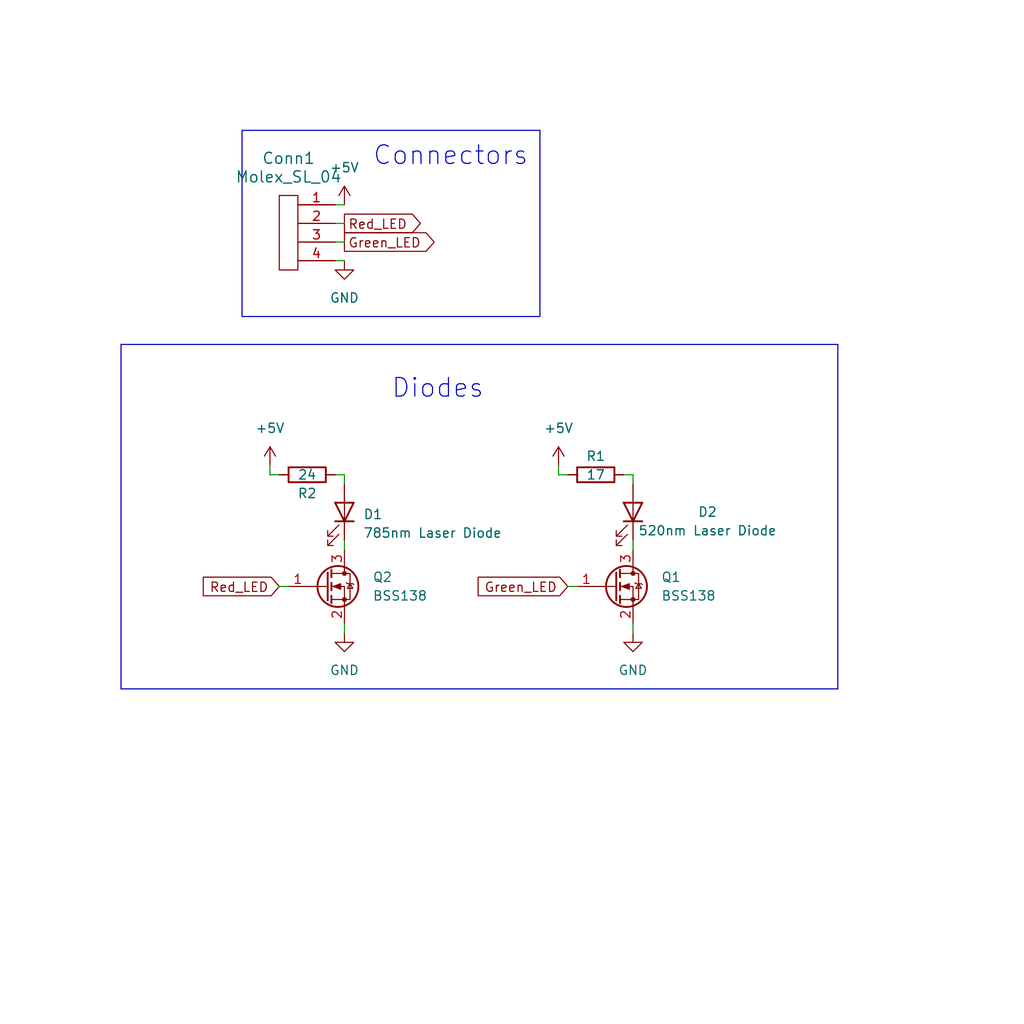
<source format=kicad_sch>
(kicad_sch (version 20230121) (generator eeschema)
  (paper "User" 139.7 139.7)
  (lib_symbols
    (symbol "Device:LED" (pin_numbers hide) (pin_names (offset 1.016) hide)
      (property "Reference" "D" (at 0 2.54 0))
      (property "Value" "LED" (at 0 -2.54 0))
      (symbol "LED_0_1"
        (polyline (pts (xy -1.27 -1.27) (xy -1.27 1.27)) (stroke (width 0.254)))
        (polyline (pts (xy -1.27 0) (xy 1.27 0)))
        (polyline (pts (xy 1.27 -1.27) (xy 1.27 1.27) (xy -1.27 0) (xy 1.27 -1.27)) (stroke (width 0.254)))
        (polyline (pts (xy -3.048 -0.762) (xy -4.572 -2.286) (xy -3.81 -2.286) (xy -4.572 -2.286) (xy -4.572 -1.524)))
        (polyline (pts (xy -1.778 -0.762) (xy -3.302 -2.286) (xy -2.54 -2.286) (xy -3.302 -2.286) (xy -3.302 -1.524)))
      )
      (symbol "LED_1_1"
        (pin passive line (at -3.81 0 0) (length 2.54) (name "K") (number "1"))
        (pin passive line (at 3.81 0 180) (length 2.54) (name "A") (number "2"))
      )
    )
    (symbol "Device:R" (pin_numbers hide) (pin_names (offset 0))
      (property "Reference" "R" (at 2.032 0 90))
      (property "Value" "R" (at 0 0 90))
      (symbol "R_0_1"
        (rectangle (start -1.016 -2.54) (end 1.016 2.54) (stroke (width 0.254)))
      )
      (symbol "R_1_1"
        (pin passive line (at 0 3.81 270) (length 1.27) (name "~") (number "1"))
        (pin passive line (at 0 -3.81 90) (length 1.27) (name "~") (number "2"))
      )
    )
    (symbol "MRDT_Connectors:Molex_SL_04" (pin_names (offset 1.016))
      (property "Reference" "Conn" (at 3.81 -1.27 0))
      (property "Value" "Molex_SL_04" (at 1.27 11.43 0))
      (symbol "Molex_SL_04_0_1"
        (rectangle (start 0 10.16) (end 2.54 0))
      )
      (symbol "Molex_SL_04_1_1"
        (pin input line (at -5.08 8.89 0) (length 5.08) (name "~") (number "1"))
        (pin input line (at -5.08 6.35 0) (length 5.08) (name "~") (number "2"))
        (pin input line (at -5.08 3.81 0) (length 5.08) (name "~") (number "3"))
        (pin input line (at -5.08 1.27 0) (length 5.08) (name "~") (number "4"))
      )
    )
    (symbol "Transistor_FET:BSS138" (pin_names hide)
      (property "Reference" "Q" (at 5.08 1.905 0))
      (property "Value" "BSS138" (at 5.08 0 0))
      (symbol "BSS138_0_1"
        (polyline (pts (xy 0.254 0) (xy -2.54 0)))
        (polyline (pts (xy 0.254 1.905) (xy 0.254 -1.905)) (stroke (width 0.254)))
        (polyline (pts (xy 0.762 -1.27) (xy 0.762 -2.286)) (stroke (width 0.254)))
        (polyline (pts (xy 0.762 0.508) (xy 0.762 -0.508)) (stroke (width 0.254)))
        (polyline (pts (xy 0.762 2.286) (xy 0.762 1.27)) (stroke (width 0.254)))
        (polyline (pts (xy 2.54 2.54) (xy 2.54 1.778)))
        (polyline (pts (xy 2.54 -2.54) (xy 2.54 0) (xy 0.762 0)))
        (polyline (pts (xy 0.762 -1.778) (xy 3.302 -1.778) (xy 3.302 1.778) (xy 0.762 1.778)))
        (polyline (pts (xy 1.016 0) (xy 2.032 0.381) (xy 2.032 -0.381) (xy 1.016 0)) (fill (type outline)))
        (polyline (pts (xy 2.794 0.508) (xy 2.921 0.381) (xy 3.683 0.381) (xy 3.81 0.254)))
        (polyline (pts (xy 3.302 0.381) (xy 2.921 -0.254) (xy 3.683 -0.254) (xy 3.302 0.381)))
        (circle (center 1.651 0) (radius 2.794) (stroke (width 0.254)))
        (circle (center 2.54 -1.778) (radius 0.254) (fill (type outline)))
        (circle (center 2.54 1.778) (radius 0.254) (fill (type outline)))
      )
      (symbol "BSS138_1_1"
        (pin input line (at -5.08 0 0) (length 2.54) (name "G") (number "1"))
        (pin passive line (at 2.54 -5.08 90) (length 2.54) (name "S") (number "2"))
        (pin passive line (at 2.54 5.08 270) (length 2.54) (name "D") (number "3"))
      )
    )
    (symbol "power:+5V" (power) (pin_names (offset 0))
      (property "Value" "+5V" (at 0 3.556 0))
      (symbol "+5V_0_1"
        (polyline (pts (xy -0.762 1.27) (xy 0 2.54)))
        (polyline (pts (xy 0 0) (xy 0 2.54)))
        (polyline (pts (xy 0 2.54) (xy 0.762 1.27)))
      )
      (symbol "+5V_1_1"
        (pin power_in line (at 0 0 90) (length 0) hide (name "+5V") (number "1"))
      )
    )
    (symbol "power:GND" (power) (pin_names (offset 0))
      (property "Value" "GND" (at 0 -3.81 0))
      (symbol "GND_0_1"
        (polyline (pts (xy 0 0) (xy 0 -1.27) (xy 1.27 -1.27) (xy 0 -2.54) (xy -1.27 -1.27) (xy 0 -1.27)))
      )
      (symbol "GND_1_1"
        (pin power_in line (at 0 0 270) (length 0) hide (name "GND") (number "1"))
      )
    )
  )
  (wire (pts (xy 45.72 27.94) (xy 46.99 27.94)))
  (polyline (pts (xy 16.51 46.99) (xy 16.51 93.98)))
  (polyline (pts (xy 33.02 43.18) (xy 73.66 43.18)))
  (wire (pts (xy 86.36 73.66) (xy 86.36 74.93)))
  (wire (pts (xy 76.2 64.77) (xy 77.47 64.77)))
  (wire (pts (xy 86.36 85.09) (xy 86.36 86.36)))
  (wire (pts (xy 45.72 64.77) (xy 46.99 64.77)))
  (polyline (pts (xy 73.66 43.18) (xy 73.66 17.78)))
  (wire (pts (xy 86.36 64.77) (xy 86.36 66.04)))
  (wire (pts (xy 77.47 80.01) (xy 78.74 80.01)))
  (wire (pts (xy 38.1 80.01) (xy 39.37 80.01)))
  (wire (pts (xy 46.99 85.09) (xy 46.99 86.36)))
  (polyline (pts (xy 114.3 46.99) (xy 114.3 93.98)))
  (wire (pts (xy 36.83 63.5) (xy 36.83 64.77)))
  (polyline (pts (xy 16.51 46.99) (xy 114.3 46.99)))
  (wire (pts (xy 36.83 64.77) (xy 38.1 64.77)))
  (polyline (pts (xy 33.02 17.78) (xy 73.66 17.78)))
  (polyline (pts (xy 114.3 93.98) (xy 16.51 93.98)))
  (wire (pts (xy 45.72 35.56) (xy 46.99 35.56)))
  (wire (pts (xy 45.72 30.48) (xy 46.99 30.48)))
  (wire (pts (xy 46.99 64.77) (xy 46.99 66.04)))
  (wire (pts (xy 45.72 33.02) (xy 46.99 33.02)))
  (wire (pts (xy 46.99 73.66) (xy 46.99 74.93)))
  (wire (pts (xy 76.2 63.5) (xy 76.2 64.77)))
  (wire (pts (xy 85.09 64.77) (xy 86.36 64.77)))
  (polyline (pts (xy 33.02 17.78) (xy 33.02 43.18)))
  (text "Connectors" (at 50.8 22.86 0) (effects (font (size 2.54 2.54)) (justify left bottom)))
  (text "Diodes" (at 53.34 54.61 0) (effects (font (size 2.54 2.54)) (justify left bottom)))
  (global_label "Red_LED" (shape output) (at 46.99 30.48 0) (property "Intersheetrefs" "${INTERSHEET_REFS}" (effects hide)))
  (global_label "Green_LED" (shape output) (at 46.99 33.02 0) (property "Intersheetrefs" "${INTERSHEET_REFS}" (effects hide)))
  (global_label "Red_LED" (shape input) (at 38.1 80.01 180) (property "Intersheetrefs" "${INTERSHEET_REFS}" (effects hide)))
  (global_label "Green_LED" (shape input) (at 77.47 80.01 180) (property "Intersheetrefs" "${INTERSHEET_REFS}" (effects hide)))
  (symbol (lib_id "Device:LED") (at 86.36 69.85 270) (mirror x) (unit 1)
    (property "Reference" "D2" (at 96.52 69.85 90))
    (property "Value" "520nm Laser Diode" (at 96.52 72.39 90))
  )
  (symbol (lib_id "power:GND") (at 46.99 86.36 0) (unit 1)
    (property "Reference" "#PWR05" (effects hide))
    (property "Value" "GND" (at 46.99 91.44 0))
  )
  (symbol (lib_id "Transistor_FET:BSS138") (at 83.82 80.01 0) (unit 1)
    (property "Reference" "Q1" (at 90.17 78.74 0) (effects (justify left)))
    (property "Value" "BSS138" (at 90.17 81.28 0) (effects (justify left)))
    (property "Footprint" "Package_TO_SOT_SMD:SOT-23" (effects hide))
    (property "Datasheet" "https://www.onsemi.com/pub/Collateral/BSS138-D.PDF" (effects hide))
  )
  (symbol (lib_id "Transistor_FET:BSS138") (at 44.45 80.01 0) (unit 1)
    (property "Reference" "Q2" (at 50.8 78.74 0) (effects (justify left)))
    (property "Value" "BSS138" (at 50.8 81.28 0) (effects (justify left)))
    (property "Footprint" "Package_TO_SOT_SMD:SOT-23" (effects hide))
    (property "Datasheet" "https://www.onsemi.com/pub/Collateral/BSS138-D.PDF" (effects hide))
  )
  (symbol (lib_id "power:+5V") (at 46.99 27.94 0) (unit 1)
    (property "Reference" "#PWR04" (effects hide))
    (property "Value" "+5V" (at 46.99 22.86 0))
  )
  (symbol (lib_id "power:+5V") (at 36.83 63.5 0) (unit 1)
    (property "Reference" "#PWR07" (effects hide))
    (property "Value" "+5V" (at 36.83 58.42 0))
  )
  (symbol (lib_id "power:GND") (at 86.36 86.36 0) (unit 1)
    (property "Reference" "#PWR06" (effects hide))
    (property "Value" "GND" (at 86.36 91.44 0))
  )
  (symbol (lib_id "Device:R") (at 81.28 64.77 90) (unit 1)
    (property "Reference" "R1" (at 81.28 62.23 90))
    (property "Value" "17" (at 81.28 64.77 90))
  )
  (symbol (lib_id "Device:LED") (at 46.99 69.85 270) (mirror x) (unit 1)
    (property "Reference" "D1" (at 49.53 70.1675 90) (effects (justify left)))
    (property "Value" "785nm Laser Diode" (at 49.53 72.7075 90) (effects (justify left)))
  )
  (symbol (lib_id "power:GND") (at 46.99 35.56 0) (unit 1)
    (property "Reference" "#PWR03" (effects hide))
    (property "Value" "GND" (at 46.99 40.64 0))
  )
  (symbol (lib_id "MRDT_Connectors:Molex_SL_04") (at 40.64 36.83 0) (mirror y) (unit 1)
    (property "Reference" "Conn1" (at 39.37 21.59 0) (effects (font (size 1.524 1.524))))
    (property "Value" "Molex_SL_04" (at 39.37 24.13 0) (effects (font (size 1.524 1.524))))
  )
  (symbol (lib_id "Device:R") (at 41.91 64.77 90) (mirror x) (unit 1)
    (property "Reference" "R2" (at 41.91 67.31 90))
    (property "Value" "24" (at 41.91 64.77 90))
  )
  (symbol (lib_id "power:+5V") (at 76.2 63.5 0) (unit 1)
    (property "Reference" "#PWR08" (effects hide))
    (property "Value" "+5V" (at 76.2 58.42 0))
  )
)
</source>
